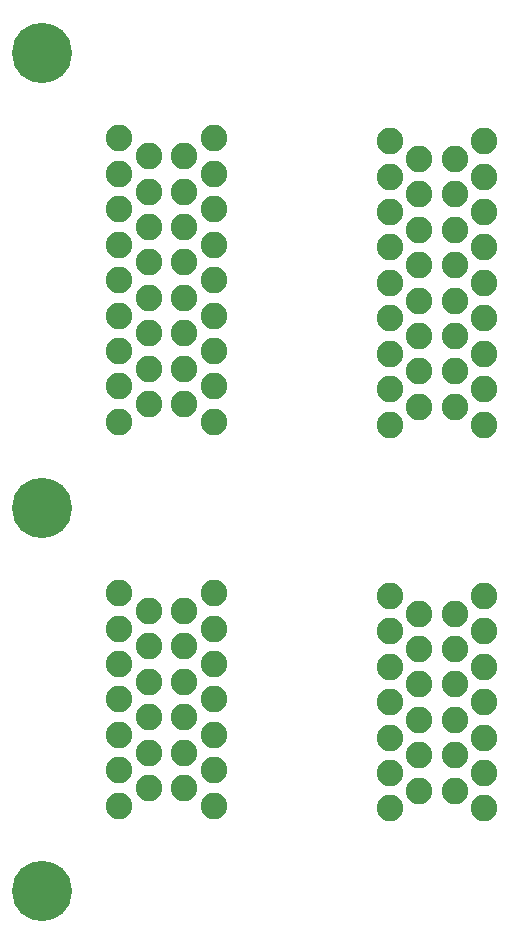
<source format=gbr>
%TF.GenerationSoftware,KiCad,Pcbnew,(6.0.8)*%
%TF.CreationDate,2024-08-14T07:32:43+02:00*%
%TF.ProjectId,FUSE_TestBoard,46555345-5f54-4657-9374-426f6172642e,rev?*%
%TF.SameCoordinates,Original*%
%TF.FileFunction,Soldermask,Bot*%
%TF.FilePolarity,Negative*%
%FSLAX46Y46*%
G04 Gerber Fmt 4.6, Leading zero omitted, Abs format (unit mm)*
G04 Created by KiCad (PCBNEW (6.0.8)) date 2024-08-14 07:32:43*
%MOMM*%
%LPD*%
G01*
G04 APERTURE LIST*
%ADD10C,2.250000*%
%ADD11C,5.100000*%
G04 APERTURE END LIST*
D10*
%TO.C,J2*%
X183587300Y-85278000D03*
X186087300Y-86778000D03*
X183587300Y-88278000D03*
X186087300Y-89778000D03*
X183587300Y-91278000D03*
X186087300Y-92778000D03*
X183587300Y-94278000D03*
X186087300Y-95778000D03*
X183587300Y-97278000D03*
X186087300Y-98778000D03*
X183587300Y-100278000D03*
X186087300Y-101778000D03*
X183587300Y-103278000D03*
X186087300Y-104778000D03*
X183587300Y-106278000D03*
X186087300Y-107778000D03*
X183587300Y-109278000D03*
X191587300Y-85278000D03*
X189087300Y-86778000D03*
X191587300Y-88278000D03*
X189087300Y-89778000D03*
X191587300Y-91278000D03*
X189087300Y-92778000D03*
X191587300Y-94278000D03*
X189087300Y-95778000D03*
X191587300Y-97278000D03*
X189087300Y-98778000D03*
X191587300Y-100278000D03*
X189087300Y-101778000D03*
X191587300Y-103278000D03*
X189087300Y-104778000D03*
X191587300Y-106278000D03*
X189087300Y-107778000D03*
X191587300Y-109278000D03*
X183587300Y-123778000D03*
X186087300Y-125278000D03*
X183587300Y-126778000D03*
X186087300Y-128278000D03*
X183587300Y-129778000D03*
X186087300Y-131278000D03*
X183587300Y-132778000D03*
X186087300Y-134278000D03*
X183587300Y-135778000D03*
X186087300Y-137278000D03*
X183587300Y-138778000D03*
X186087300Y-140278000D03*
X183587300Y-141778000D03*
X191587300Y-123778000D03*
X189087300Y-125278000D03*
X191587300Y-126778000D03*
X189087300Y-128278000D03*
X191587300Y-129778000D03*
X189087300Y-131278000D03*
X191587300Y-132778000D03*
X189087300Y-134278000D03*
X191587300Y-135778000D03*
X189087300Y-137278000D03*
X191587300Y-138778000D03*
X189087300Y-140278000D03*
X191587300Y-141778000D03*
%TD*%
%TO.C,J1*%
X168650000Y-85050000D03*
X166150000Y-86550000D03*
X168650000Y-88050000D03*
X166150000Y-89550000D03*
X168650000Y-91050000D03*
X166150000Y-92550000D03*
X168650000Y-94050000D03*
X166150000Y-95550000D03*
X168650000Y-97050000D03*
X166150000Y-98550000D03*
X168650000Y-100050000D03*
X166150000Y-101550000D03*
X168650000Y-103050000D03*
X166150000Y-104550000D03*
X168650000Y-106050000D03*
X166150000Y-107550000D03*
X168650000Y-109050000D03*
X160650000Y-85050000D03*
X163150000Y-86550000D03*
X160650000Y-88050000D03*
X163150000Y-89550000D03*
X160650000Y-91050000D03*
X163150000Y-92550000D03*
X160650000Y-94050000D03*
X163150000Y-95550000D03*
X160650000Y-97050000D03*
X163150000Y-98550000D03*
X160650000Y-100050000D03*
X163150000Y-101550000D03*
X160650000Y-103050000D03*
X163150000Y-104550000D03*
X160650000Y-106050000D03*
X163150000Y-107550000D03*
X160650000Y-109050000D03*
X168650000Y-123550000D03*
X166150000Y-125050000D03*
X168650000Y-126550000D03*
X166150000Y-128050000D03*
X168650000Y-129550000D03*
X166150000Y-131050000D03*
X168650000Y-132550000D03*
X166150000Y-134050000D03*
X168650000Y-135550000D03*
X166150000Y-137050000D03*
X168650000Y-138550000D03*
X166150000Y-140050000D03*
X168650000Y-141550000D03*
X160650000Y-123550000D03*
X163150000Y-125050000D03*
X160650000Y-126550000D03*
X163150000Y-128050000D03*
X160650000Y-129550000D03*
X163150000Y-131050000D03*
X160650000Y-132550000D03*
X163150000Y-134050000D03*
X160650000Y-135550000D03*
X163150000Y-137050000D03*
X160650000Y-138550000D03*
X163150000Y-140050000D03*
X160650000Y-141550000D03*
D11*
X154150000Y-77800000D03*
X154150000Y-116300000D03*
X154150000Y-148800000D03*
%TD*%
M02*

</source>
